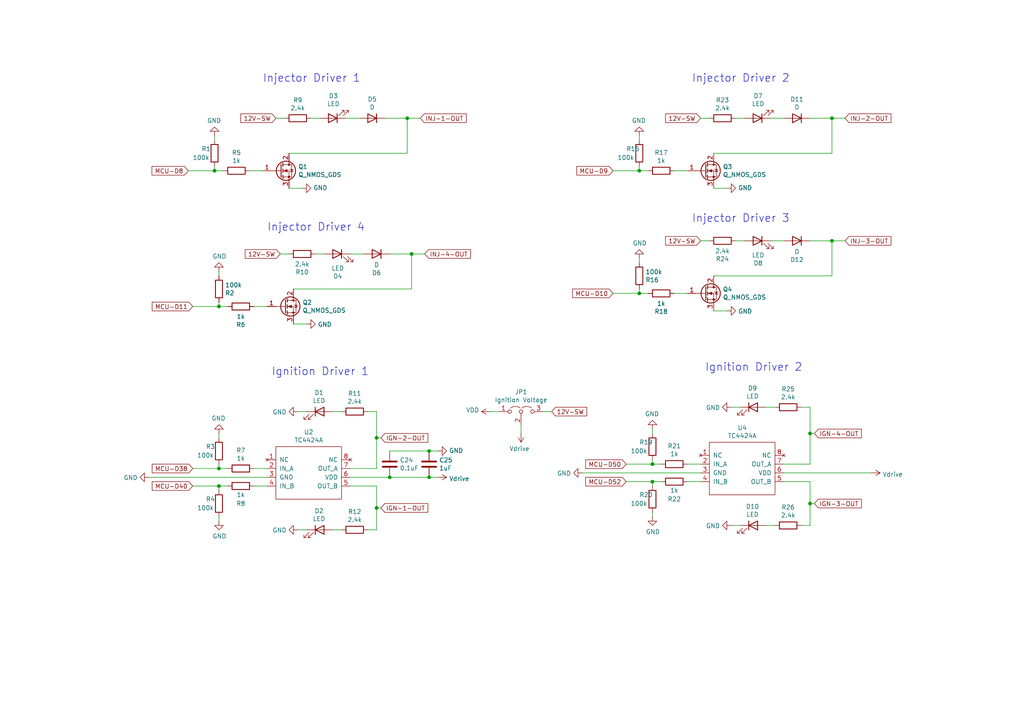
<source format=kicad_sch>
(kicad_sch (version 20231120) (generator "eeschema") (generator_version "8.0")
  (paper "A4")
  (title_block (title "0.4") (date "2021-03-27") (rev "4d") (company "Speeduino"))
  (lib_symbols
    (symbol "Device:C" (pin_numbers hide) (pin_names (offset 0.254))
      (property "Reference" "C" (at 0.635 2.54 0))
      (property "Value" "C" (at 0.635 -2.54 0))
      (symbol "C_0_1"
        (polyline (pts (xy -2.032 -0.762) (xy 2.032 -0.762)) (stroke (width 0.508)))
        (polyline (pts (xy -2.032 0.762) (xy 2.032 0.762)) (stroke (width 0.508)))
      )
      (symbol "C_1_1"
        (pin passive line (at 0 3.81 270) (length 2.794) (name "~") (number "1"))
        (pin passive line (at 0 -3.81 90) (length 2.794) (name "~") (number "2"))
      )
    )
    (symbol "Device:D" (pin_numbers hide) (pin_names (offset 1.016) hide)
      (property "Reference" "D" (at 0 2.54 0))
      (property "Value" "D" (at 0 -2.54 0))
      (symbol "D_0_1"
        (polyline (pts (xy -1.27 1.27) (xy -1.27 -1.27)) (stroke (width 0.254)))
        (polyline (pts (xy 1.27 0) (xy -1.27 0)))
        (polyline (pts (xy 1.27 1.27) (xy 1.27 -1.27) (xy -1.27 0) (xy 1.27 1.27)) (stroke (width 0.254)))
      )
      (symbol "D_1_1"
        (pin passive line (at -3.81 0 0) (length 2.54) (name "K") (number "1"))
        (pin passive line (at 3.81 0 180) (length 2.54) (name "A") (number "2"))
      )
    )
    (symbol "Device:LED" (pin_numbers hide) (pin_names (offset 1.016) hide)
      (property "Reference" "D" (at 0 2.54 0))
      (property "Value" "LED" (at 0 -2.54 0))
      (symbol "LED_0_1"
        (polyline (pts (xy -1.27 -1.27) (xy -1.27 1.27)) (stroke (width 0.254)))
        (polyline (pts (xy -1.27 0) (xy 1.27 0)))
        (polyline (pts (xy 1.27 -1.27) (xy 1.27 1.27) (xy -1.27 0) (xy 1.27 -1.27)) (stroke (width 0.254)))
        (polyline (pts (xy -3.048 -0.762) (xy -4.572 -2.286) (xy -3.81 -2.286) (xy -4.572 -2.286) (xy -4.572 -1.524)))
        (polyline (pts (xy -1.778 -0.762) (xy -3.302 -2.286) (xy -2.54 -2.286) (xy -3.302 -2.286) (xy -3.302 -1.524)))
      )
      (symbol "LED_1_1"
        (pin passive line (at -3.81 0 0) (length 2.54) (name "K") (number "1"))
        (pin passive line (at 3.81 0 180) (length 2.54) (name "A") (number "2"))
      )
    )
    (symbol "Device:Q_NMOS_GDS" (pin_names (offset 0) hide)
      (property "Reference" "Q" (at 5.08 1.27 0))
      (property "Value" "Q_NMOS_GDS" (at 5.08 -1.27 0))
      (symbol "Q_NMOS_GDS_0_1"
        (polyline (pts (xy 0.254 0) (xy -2.54 0)))
        (polyline (pts (xy 0.254 1.905) (xy 0.254 -1.905)) (stroke (width 0.254)))
        (polyline (pts (xy 0.762 -1.27) (xy 0.762 -2.286)) (stroke (width 0.254)))
        (polyline (pts (xy 0.762 0.508) (xy 0.762 -0.508)) (stroke (width 0.254)))
        (polyline (pts (xy 0.762 2.286) (xy 0.762 1.27)) (stroke (width 0.254)))
        (polyline (pts (xy 2.54 2.54) (xy 2.54 1.778)))
        (polyline (pts (xy 2.54 -2.54) (xy 2.54 0) (xy 0.762 0)))
        (polyline (pts (xy 0.762 -1.778) (xy 3.302 -1.778) (xy 3.302 1.778) (xy 0.762 1.778)))
        (polyline (pts (xy 1.016 0) (xy 2.032 0.381) (xy 2.032 -0.381) (xy 1.016 0)) (fill (type outline)))
        (polyline (pts (xy 2.794 0.508) (xy 2.921 0.381) (xy 3.683 0.381) (xy 3.81 0.254)))
        (polyline (pts (xy 3.302 0.381) (xy 2.921 -0.254) (xy 3.683 -0.254) (xy 3.302 0.381)))
        (circle (center 1.651 0) (radius 2.794) (stroke (width 0.254)))
        (circle (center 2.54 -1.778) (radius 0.254) (fill (type outline)))
        (circle (center 2.54 1.778) (radius 0.254) (fill (type outline)))
      )
      (symbol "Q_NMOS_GDS_1_1"
        (pin input line (at -5.08 0 0) (length 2.54) (name "G") (number "1"))
        (pin passive line (at 2.54 5.08 270) (length 2.54) (name "D") (number "2"))
        (pin passive line (at 2.54 -5.08 90) (length 2.54) (name "S") (number "3"))
      )
    )
    (symbol "Device:R" (pin_numbers hide) (pin_names (offset 0))
      (property "Reference" "R" (at 2.032 0 90))
      (property "Value" "R" (at 0 0 90))
      (symbol "R_0_1"
        (rectangle (start -1.016 -2.54) (end 1.016 2.54) (stroke (width 0.254)))
      )
      (symbol "R_1_1"
        (pin passive line (at 0 3.81 270) (length 1.27) (name "~") (number "1"))
        (pin passive line (at 0 -3.81 90) (length 1.27) (name "~") (number "2"))
      )
    )
    (symbol "v0.4.3d-rescue:GND-power" (power) (pin_names (offset 0))
      (property "Value" "power_GND" (at 0 -3.81 0))
      (symbol "GND-power_0_1"
        (polyline (pts (xy 0 0) (xy 0 -1.27) (xy 1.27 -1.27) (xy 0 -2.54) (xy -1.27 -1.27) (xy 0 -1.27)))
      )
      (symbol "GND-power_1_1"
        (pin power_in line (at 0 0 270) (length 0) hide (name "GND") (number "1"))
      )
    )
    (symbol "v0.4.3d-rescue:Jumper_3_Open-Jumper" (pin_names (offset 0) hide)
      (property "Reference" "JP" (at -2.54 -2.54 0))
      (property "Value" "Jumper_Jumper_3_Open" (at 0 2.794 0))
      (symbol "Jumper_3_Open-Jumper_0_0"
        (circle (center -3.302 0) (radius 0.508))
        (circle (center 0 0) (radius 0.508))
        (circle (center 3.302 0) (radius 0.508))
      )
      (symbol "Jumper_3_Open-Jumper_0_1"
        (arc (start -0.254 1.016) (mid -1.651 1.4992) (end -3.048 1.016))
        (polyline (pts (xy 0 -0.508) (xy 0 -1.27)))
        (arc (start 3.048 1.016) (mid 1.651 1.4992) (end 0.254 1.016))
      )
      (symbol "Jumper_3_Open-Jumper_1_1"
        (pin passive line (at -6.35 0 0) (length 2.54) (name "A") (number "1"))
        (pin input line (at 0 -3.81 90) (length 2.54) (name "C") (number "2"))
        (pin passive line (at 6.35 0 180) (length 2.54) (name "B") (number "3"))
      )
    )
    (symbol "v0.4.3d-rescue:TC4424A-IC_Automotive" (pin_names (offset 1.016))
      (property "Reference" "U" (at -7.62 38.1 0))
      (property "Value" "IC_Automotive_TC4424A" (at -15.24 38.1 0))
      (symbol "TC4424A-IC_Automotive_0_1"
        (rectangle (start -25.4 36.83) (end -6.35 21.59))
      )
      (symbol "TC4424A-IC_Automotive_1_1"
        (pin no_connect line (at -27.94 33.02 0) (length 2.54) (name "NC") (number "1"))
        (pin input line (at -27.94 30.48 0) (length 2.54) (name "IN_A") (number "2"))
        (pin power_in line (at -27.94 27.94 0) (length 2.54) (name "GND") (number "3"))
        (pin input line (at -27.94 25.4 0) (length 2.54) (name "IN_B") (number "4"))
        (pin input line (at -3.81 25.4 180) (length 2.54) (name "OUT_B") (number "5"))
        (pin power_in line (at -3.81 27.94 180) (length 2.54) (name "VDD") (number "6"))
        (pin output line (at -3.81 30.48 180) (length 2.54) (name "OUT_A") (number "7"))
        (pin no_connect line (at -3.81 33.02 180) (length 2.54) (name "NC") (number "8"))
      )
    )
    (symbol "v0.4.3d-rescue:VDD-power" (power) (pin_names (offset 0))
      (property "Value" "power_VDD" (at 0 3.81 0))
      (symbol "VDD-power_0_1"
        (polyline (pts (xy -0.762 1.27) (xy 0 2.54)))
        (polyline (pts (xy 0 0) (xy 0 2.54)))
        (polyline (pts (xy 0 2.54) (xy 0.762 1.27)))
      )
      (symbol "VDD-power_1_1"
        (pin power_in line (at 0 0 90) (length 0) hide (name "VDD") (number "1"))
      )
    )
    (symbol "v0.4.3d-rescue:Vdrive-power" (power) (pin_names (offset 0))
      (property "Value" "power_Vdrive" (at 0 3.81 0))
      (symbol "Vdrive-power_0_1"
        (polyline (pts (xy -0.762 1.27) (xy 0 2.54)))
        (polyline (pts (xy 0 0) (xy 0 2.54)))
        (polyline (pts (xy 0 2.54) (xy 0.762 1.27)))
      )
      (symbol "Vdrive-power_1_1"
        (pin power_in line (at 0 0 90) (length 0) hide (name "Vdrive") (number "1"))
      )
    )
  )
  (junction (at 241.3 34.29))
  (junction (at 189.23 139.7))
  (junction (at 63.5 135.89))
  (junction (at 119.38 73.66))
  (junction (at 63.5 88.9))
  (junction (at 113.03 138.43))
  (junction (at 189.23 134.62))
  (junction (at 124.46 138.43))
  (junction (at 118.11 34.29))
  (junction (at 109.22 147.32))
  (junction (at 109.22 127))
  (junction (at 62.23 49.53))
  (junction (at 185.42 49.53))
  (junction (at 124.46 130.81))
  (junction (at 234.95 146.05))
  (junction (at 234.95 125.73))
  (junction (at 63.5 140.97))
  (junction (at 241.3 69.85))
  (junction (at 185.42 85.09))
  (wire (pts (xy 185.42 74.93) (xy 185.42 76.2)))
  (wire (pts (xy 55.88 135.89) (xy 63.5 135.89)))
  (wire (pts (xy 223.52 69.85) (xy 227.33 69.85)))
  (wire (pts (xy 189.23 125.73) (xy 189.23 124.46)))
  (wire (pts (xy 88.9 93.98) (xy 85.09 93.98)))
  (wire (pts (xy 54.61 49.53) (xy 62.23 49.53)))
  (wire (pts (xy 207.01 54.61) (xy 210.82 54.61)))
  (wire (pts (xy 222.25 118.11) (xy 224.79 118.11)))
  (wire (pts (xy 185.42 40.64) (xy 185.42 39.37)))
  (wire (pts (xy 96.52 119.38) (xy 99.06 119.38)))
  (wire (pts (xy 110.49 127) (xy 109.22 127)))
  (wire (pts (xy 181.61 134.62) (xy 189.23 134.62)))
  (wire (pts (xy 101.6 73.66) (xy 105.41 73.66)))
  (wire (pts (xy 121.92 34.29) (xy 118.11 34.29)))
  (wire (pts (xy 62.23 48.26) (xy 62.23 49.53)))
  (wire (pts (xy 227.33 137.16) (xy 252.73 137.16)))
  (wire (pts (xy 189.23 134.62) (xy 191.77 134.62)))
  (wire (pts (xy 109.22 127) (xy 109.22 135.89)))
  (wire (pts (xy 66.04 88.9) (xy 63.5 88.9)))
  (wire (pts (xy 81.28 73.66) (xy 83.82 73.66)))
  (wire (pts (xy 77.47 138.43) (xy 43.18 138.43)))
  (wire (pts (xy 234.95 34.29) (xy 241.3 34.29)))
  (wire (pts (xy 62.23 49.53) (xy 64.77 49.53)))
  (wire (pts (xy 199.39 134.62) (xy 203.2 134.62)))
  (wire (pts (xy 232.41 118.11) (xy 234.95 118.11)))
  (wire (pts (xy 106.68 119.38) (xy 109.22 119.38)))
  (wire (pts (xy 207.01 44.45) (xy 241.3 44.45)))
  (wire (pts (xy 189.23 133.35) (xy 189.23 134.62)))
  (wire (pts (xy 234.95 69.85) (xy 241.3 69.85)))
  (wire (pts (xy 73.66 88.9) (xy 77.47 88.9)))
  (wire (pts (xy 124.46 138.43) (xy 113.03 138.43)))
  (wire (pts (xy 195.58 49.53) (xy 199.39 49.53)))
  (wire (pts (xy 109.22 135.89) (xy 101.6 135.89)))
  (wire (pts (xy 118.11 44.45) (xy 118.11 34.29)))
  (wire (pts (xy 232.41 152.4) (xy 234.95 152.4)))
  (wire (pts (xy 127 138.43) (xy 124.46 138.43)))
  (wire (pts (xy 144.78 119.38) (xy 142.24 119.38)))
  (wire (pts (xy 187.96 85.09) (xy 185.42 85.09)))
  (wire (pts (xy 245.11 34.29) (xy 241.3 34.29)))
  (wire (pts (xy 109.22 140.97) (xy 101.6 140.97)))
  (wire (pts (xy 63.5 134.62) (xy 63.5 135.89)))
  (wire (pts (xy 109.22 119.38) (xy 109.22 127)))
  (wire (pts (xy 109.22 147.32) (xy 109.22 140.97)))
  (wire (pts (xy 111.76 34.29) (xy 118.11 34.29)))
  (wire (pts (xy 185.42 49.53) (xy 187.96 49.53)))
  (wire (pts (xy 236.22 125.73) (xy 234.95 125.73)))
  (wire (pts (xy 86.36 153.67) (xy 88.9 153.67)))
  (wire (pts (xy 185.42 48.26) (xy 185.42 49.53)))
  (wire (pts (xy 63.5 151.13) (xy 63.5 149.86)))
  (wire (pts (xy 55.88 140.97) (xy 63.5 140.97)))
  (wire (pts (xy 234.95 139.7) (xy 227.33 139.7)))
  (wire (pts (xy 85.09 83.82) (xy 119.38 83.82)))
  (wire (pts (xy 207.01 80.01) (xy 241.3 80.01)))
  (wire (pts (xy 212.09 118.11) (xy 214.63 118.11)))
  (wire (pts (xy 234.95 125.73) (xy 234.95 134.62)))
  (wire (pts (xy 109.22 153.67) (xy 109.22 147.32)))
  (wire (pts (xy 241.3 80.01) (xy 241.3 69.85)))
  (wire (pts (xy 113.03 138.43) (xy 101.6 138.43)))
  (wire (pts (xy 213.36 69.85) (xy 215.9 69.85)))
  (wire (pts (xy 96.52 153.67) (xy 99.06 153.67)))
  (wire (pts (xy 189.23 149.86) (xy 189.23 148.59)))
  (wire (pts (xy 213.36 34.29) (xy 215.9 34.29)))
  (wire (pts (xy 199.39 139.7) (xy 203.2 139.7)))
  (wire (pts (xy 100.33 34.29) (xy 104.14 34.29)))
  (wire (pts (xy 203.2 34.29) (xy 205.74 34.29)))
  (wire (pts (xy 212.09 152.4) (xy 214.63 152.4)))
  (wire (pts (xy 195.58 85.09) (xy 199.39 85.09)))
  (wire (pts (xy 189.23 139.7) (xy 189.23 140.97)))
  (wire (pts (xy 90.17 34.29) (xy 92.71 34.29)))
  (wire (pts (xy 234.95 134.62) (xy 227.33 134.62)))
  (wire (pts (xy 234.95 146.05) (xy 234.95 139.7)))
  (wire (pts (xy 86.36 119.38) (xy 88.9 119.38)))
  (wire (pts (xy 181.61 139.7) (xy 189.23 139.7)))
  (wire (pts (xy 234.95 152.4) (xy 234.95 146.05)))
  (wire (pts (xy 63.5 127) (xy 63.5 125.73)))
  (wire (pts (xy 83.82 44.45) (xy 118.11 44.45)))
  (wire (pts (xy 124.46 130.81) (xy 113.03 130.81)))
  (wire (pts (xy 210.82 90.17) (xy 207.01 90.17)))
  (wire (pts (xy 55.88 88.9) (xy 63.5 88.9)))
  (wire (pts (xy 151.13 125.73) (xy 151.13 123.19)))
  (wire (pts (xy 236.22 146.05) (xy 234.95 146.05)))
  (wire (pts (xy 127 130.81) (xy 124.46 130.81)))
  (wire (pts (xy 62.23 40.64) (xy 62.23 39.37)))
  (wire (pts (xy 83.82 54.61) (xy 87.63 54.61)))
  (wire (pts (xy 234.95 118.11) (xy 234.95 125.73)))
  (wire (pts (xy 157.48 119.38) (xy 160.02 119.38)))
  (wire (pts (xy 63.5 140.97) (xy 63.5 142.24)))
  (wire (pts (xy 106.68 153.67) (xy 109.22 153.67)))
  (wire (pts (xy 63.5 88.9) (xy 63.5 87.63)))
  (wire (pts (xy 123.19 73.66) (xy 119.38 73.66)))
  (wire (pts (xy 91.44 73.66) (xy 93.98 73.66)))
  (wire (pts (xy 177.8 85.09) (xy 185.42 85.09)))
  (wire (pts (xy 73.66 135.89) (xy 77.47 135.89)))
  (wire (pts (xy 203.2 137.16) (xy 168.91 137.16)))
  (wire (pts (xy 203.2 69.85) (xy 205.74 69.85)))
  (wire (pts (xy 191.77 139.7) (xy 189.23 139.7)))
  (wire (pts (xy 177.8 49.53) (xy 185.42 49.53)))
  (wire (pts (xy 80.01 34.29) (xy 82.55 34.29)))
  (wire (pts (xy 113.03 73.66) (xy 119.38 73.66)))
  (wire (pts (xy 110.49 147.32) (xy 109.22 147.32)))
  (wire (pts (xy 63.5 78.74) (xy 63.5 80.01)))
  (wire (pts (xy 222.25 152.4) (xy 224.79 152.4)))
  (wire (pts (xy 245.11 69.85) (xy 241.3 69.85)))
  (wire (pts (xy 73.66 140.97) (xy 77.47 140.97)))
  (wire (pts (xy 66.04 140.97) (xy 63.5 140.97)))
  (wire (pts (xy 241.3 44.45) (xy 241.3 34.29)))
  (wire (pts (xy 223.52 34.29) (xy 227.33 34.29)))
  (wire (pts (xy 119.38 83.82) (xy 119.38 73.66)))
  (wire (pts (xy 72.39 49.53) (xy 76.2 49.53)))
  (wire (pts (xy 63.5 135.89) (xy 66.04 135.89)))
  (wire (pts (xy 185.42 85.09) (xy 185.42 83.82)))
  (text "Ignition Driver 1" (at 78.74 109.22 0) (effects (font (size 2.2606 2.2606)) (justify left bottom)))
  (text "Injector Driver 2" (at 200.66 24.13 0) (effects (font (size 2.2606 2.2606)) (justify left bottom)))
  (text "Ignition Driver 2" (at 204.47 107.95 0) (effects (font (size 2.2606 2.2606)) (justify left bottom)))
  (text "Injector Driver 4" (at 77.47 67.31 0) (effects (font (size 2.2606 2.2606)) (justify left bottom)))
  (text "Injector Driver 3" (at 200.66 64.77 0) (effects (font (size 2.2606 2.2606)) (justify left bottom)))
  (text "Injector Driver 1" (at 76.2 24.13 0) (effects (font (size 2.2606 2.2606)) (justify left bottom)))
  (global_label "MCU-D10" (shape input) (at 177.8 85.09 180) (property "Intersheetrefs" "${INTERSHEET_REFS}" (effects (hide yes))))
  (global_label "12V-SW" (shape input) (at 203.2 34.29 180) (property "Intersheetrefs" "${INTERSHEET_REFS}" (effects (hide yes))))
  (global_label "INJ-2-OUT" (shape input) (at 245.11 34.29 0) (property "Intersheetrefs" "${INTERSHEET_REFS}" (effects (hide yes))))
  (global_label "IGN-1-OUT" (shape input) (at 110.49 147.32 0) (property "Intersheetrefs" "${INTERSHEET_REFS}" (effects (hide yes))))
  (global_label "IGN-2-OUT" (shape input) (at 110.49 127 0) (property "Intersheetrefs" "${INTERSHEET_REFS}" (effects (hide yes))))
  (global_label "12V-SW" (shape input) (at 80.01 34.29 180) (property "Intersheetrefs" "${INTERSHEET_REFS}" (effects (hide yes))))
  (global_label "MCU-D40" (shape input) (at 55.88 140.97 180) (property "Intersheetrefs" "${INTERSHEET_REFS}" (effects (hide yes))))
  (global_label "MCU-D38" (shape input) (at 55.88 135.89 180) (property "Intersheetrefs" "${INTERSHEET_REFS}" (effects (hide yes))))
  (global_label "12V-SW" (shape input) (at 203.2 69.85 180) (property "Intersheetrefs" "${INTERSHEET_REFS}" (effects (hide yes))))
  (global_label "IGN-4-OUT" (shape input) (at 236.22 125.73 0) (property "Intersheetrefs" "${INTERSHEET_REFS}" (effects (hide yes))))
  (global_label "INJ-4-OUT" (shape input) (at 123.19 73.66 0) (property "Intersheetrefs" "${INTERSHEET_REFS}" (effects (hide yes))))
  (global_label "12V-SW" (shape input) (at 160.02 119.38 0) (property "Intersheetrefs" "${INTERSHEET_REFS}" (effects (hide yes))))
  (global_label "12V-SW" (shape input) (at 81.28 73.66 180) (property "Intersheetrefs" "${INTERSHEET_REFS}" (effects (hide yes))))
  (global_label "INJ-1-OUT" (shape input) (at 121.92 34.29 0) (property "Intersheetrefs" "${INTERSHEET_REFS}" (effects (hide yes))))
  (global_label "MCU-D9" (shape input) (at 177.8 49.53 180) (property "Intersheetrefs" "${INTERSHEET_REFS}" (effects (hide yes))))
  (global_label "INJ-3-OUT" (shape input) (at 245.11 69.85 0) (property "Intersheetrefs" "${INTERSHEET_REFS}" (effects (hide yes))))
  (global_label "MCU-D52" (shape input) (at 181.61 139.7 180) (property "Intersheetrefs" "${INTERSHEET_REFS}" (effects (hide yes))))
  (global_label "MCU-D11" (shape input) (at 55.88 88.9 180) (property "Intersheetrefs" "${INTERSHEET_REFS}" (effects (hide yes))))
  (global_label "MCU-D8" (shape input) (at 54.61 49.53 180) (property "Intersheetrefs" "${INTERSHEET_REFS}" (effects (hide yes))))
  (global_label "MCU-D50" (shape input) (at 181.61 134.62 180) (property "Intersheetrefs" "${INTERSHEET_REFS}" (effects (hide yes))))
  (global_label "IGN-3-OUT" (shape input) (at 236.22 146.05 0) (property "Intersheetrefs" "${INTERSHEET_REFS}" (effects (hide yes))))
  (symbol (lib_id "v0.4.3d-rescue:GND-power") (at 87.63 54.61 90) (unit 1)
    (property "Reference" "#PWR010" (effects (hide yes)))
    (property "Value" "GND" (at 90.8812 54.483 90) (effects (justify right)))
  )
  (symbol (lib_id "v0.4.3d-rescue:GND-power") (at 88.9 93.98 90) (mirror x) (unit 1)
    (property "Reference" "#PWR011" (effects (hide yes)))
    (property "Value" "GND" (at 92.1512 94.107 90) (effects (justify right)))
  )
  (symbol (lib_id "Device:R") (at 68.58 49.53 270) (unit 1)
    (property "Reference" "R5" (at 68.58 44.2722 90))
    (property "Value" "1k" (at 68.58 46.5836 90))
    (property "Footprint" "Resistor_THT:R_Axial_DIN0204_L3.6mm_D1.6mm_P5.08mm_Horizontal" (effects (hide yes)))
    (property "Digikey Part Number" "BC1.00KXCT-ND" (effects (hide yes)))
    (property "Manufacturer_Name" "Vishay" (effects (hide yes)))
    (property "Manufacturer_Part_Number" "MBA02040C1001FRP00" (effects (hide yes)))
  )
  (symbol (lib_id "Device:R") (at 69.85 88.9 270) (mirror x) (unit 1)
    (property "Reference" "R6" (at 69.85 94.1578 90))
    (property "Value" "1k" (at 69.85 91.8464 90))
    (property "Footprint" "Resistor_THT:R_Axial_DIN0204_L3.6mm_D1.6mm_P5.08mm_Horizontal" (effects (hide yes)))
    (property "Digikey Part Number" "BC1.00KXCT-ND" (effects (hide yes)))
    (property "Manufacturer_Name" "Vishay" (effects (hide yes)))
    (property "Manufacturer_Part_Number" "MBA02040C1001FRP00" (effects (hide yes)))
  )
  (symbol (lib_id "Device:R") (at 62.23 44.45 180) (unit 1)
    (property "Reference" "R1" (at 58.42 43.18 0) (effects (justify right)))
    (property "Value" "100k" (at 55.88 45.72 0) (effects (justify right)))
    (property "Footprint" "Resistor_THT:R_Axial_DIN0204_L3.6mm_D1.6mm_P5.08mm_Horizontal" (effects (hide yes)))
    (property "Digikey Part Number" "BC3240CT-ND" (effects (hide yes)))
    (property "Manufacturer_Name" "Vishay" (effects (hide yes)))
    (property "Manufacturer_Part_Number" "MBA02040C1003FCT00" (effects (hide yes)))
    (property "URL" "https://www.digikey.com.au/product-detail/en/vishay-beyschlag-draloric-bc-components/MBA02040C1003FCT00/BC3240CT-ND/6138743" (effects (hide yes)))
  )
  (symbol (lib_id "Device:R") (at 63.5 83.82 0) (mirror y) (unit 1)
    (property "Reference" "R2" (at 65.278 84.9884 0) (effects (justify right)))
    (property "Value" "100k" (at 65.278 82.677 0) (effects (justify right)))
    (property "Footprint" "Resistor_THT:R_Axial_DIN0204_L3.6mm_D1.6mm_P5.08mm_Horizontal" (effects (hide yes)))
    (property "Digikey Part Number" "BC3240CT-ND" (effects (hide yes)))
    (property "Manufacturer_Name" "Vishay" (effects (hide yes)))
    (property "Manufacturer_Part_Number" "MBA02040C1003FCT00" (effects (hide yes)))
    (property "URL" "https://www.digikey.com.au/product-detail/en/vishay-beyschlag-draloric-bc-components/MBA02040C1003FCT00/BC3240CT-ND/6138743" (effects (hide yes)))
  )
  (symbol (lib_id "v0.4.3d-rescue:GND-power") (at 62.23 39.37 180) (unit 1)
    (property "Reference" "#PWR04" (effects (hide yes)))
    (property "Value" "GND" (at 62.103 34.9758 0))
  )
  (symbol (lib_id "v0.4.3d-rescue:GND-power") (at 63.5 78.74 0) (mirror x) (unit 1)
    (property "Reference" "#PWR05" (effects (hide yes)))
    (property "Value" "GND" (at 63.627 74.3458 0))
  )
  (symbol (lib_id "Device:R") (at 87.63 73.66 270) (mirror x) (unit 1)
    (property "Reference" "R10" (at 87.63 78.9178 90))
    (property "Value" "2.4k" (at 87.63 76.6064 90))
    (property "Footprint" "Resistor_THT:R_Axial_DIN0204_L3.6mm_D1.6mm_P5.08mm_Horizontal" (effects (hide yes)))
    (property "Digikey Part Number" "BC3483CT-ND" (effects (hide yes)))
    (property "Manufacturer_Name" "Vishay" (effects (hide yes)))
    (property "Manufacturer_Part_Number" "MBA02040C2401FC100" (effects (hide yes)))
    (property "URL" "https://www.digikey.com.au/product-detail/en/vishay-beyschlag-draloric-bc-components/MBA02040C2401FC100/BC3483CT-ND/7350913" (effects (hide yes)))
  )
  (symbol (lib_id "Device:LED") (at 97.79 73.66 0) (mirror y) (unit 1)
    (property "Reference" "D4" (at 97.9678 80.137 0))
    (property "Value" "LED" (at 97.9678 77.8256 0))
    (property "Footprint" "LED_THT:LED_D3.0mm" (effects (hide yes)))
    (property "Digikey Part Number" "732-5005-ND" (effects (hide yes)))
    (property "Manufacturer_Name" "Wurth" (effects (hide yes)))
    (property "Manufacturer_Part_Number" "151031SS04000" (effects (hide yes)))
    (property "URL" "https://www.digikey.com.au/product-detail/en/w%C3%BCrth-elektronik/151031SS04000/732-5005-ND/4489979" (effects (hide yes)))
  )
  (symbol (lib_id "Device:R") (at 86.36 34.29 270) (unit 1)
    (property "Reference" "R9" (at 86.36 29.0322 90))
    (property "Value" "2.4k" (at 86.36 31.3436 90))
    (property "Footprint" "Resistor_THT:R_Axial_DIN0204_L3.6mm_D1.6mm_P5.08mm_Horizontal" (effects (hide yes)))
    (property "Digikey Part Number" "BC3483CT-ND" (effects (hide yes)))
    (property "Manufacturer_Name" "Vishay" (effects (hide yes)))
    (property "Manufacturer_Part_Number" "MBA02040C2401FC100" (effects (hide yes)))
    (property "URL" "https://www.digikey.com.au/product-detail/en/vishay-beyschlag-draloric-bc-components/MBA02040C2401FC100/BC3483CT-ND/7350913" (effects (hide yes)))
  )
  (symbol (lib_id "Device:LED") (at 96.52 34.29 180) (unit 1)
    (property "Reference" "D3" (at 96.6978 27.813 0))
    (property "Value" "LED" (at 96.6978 30.1244 0))
    (property "Footprint" "LED_THT:LED_D3.0mm" (effects (hide yes)))
    (property "Digikey Part Number" "732-5005-ND" (effects (hide yes)))
    (property "Manufacturer_Name" "Wurth" (effects (hide yes)))
    (property "Manufacturer_Part_Number" "151031SS04000" (effects (hide yes)))
    (property "URL" "https://www.digikey.com.au/product-detail/en/w%C3%BCrth-elektronik/151031SS04000/732-5005-ND/4489979" (effects (hide yes)))
  )
  (symbol (lib_id "v0.4.3d-rescue:GND-power") (at 210.82 54.61 90) (unit 1)
    (property "Reference" "#PWR020" (effects (hide yes)))
    (property "Value" "GND" (at 214.0712 54.483 90) (effects (justify right)))
  )
  (symbol (lib_id "v0.4.3d-rescue:GND-power") (at 210.82 90.17 90) (mirror x) (unit 1)
    (property "Reference" "#PWR021" (effects (hide yes)))
    (property "Value" "GND" (at 214.0712 90.297 90) (effects (justify right)))
  )
  (symbol (lib_id "Device:R") (at 191.77 49.53 270) (unit 1)
    (property "Reference" "R17" (at 191.77 44.2722 90))
    (property "Value" "1k" (at 191.77 46.5836 90))
    (property "Footprint" "Resistor_THT:R_Axial_DIN0204_L3.6mm_D1.6mm_P5.08mm_Horizontal" (effects (hide yes)))
    (property "Digikey Part Number" "BC1.00KXCT-ND" (effects (hide yes)))
    (property "Manufacturer_Name" "Vishay" (effects (hide yes)))
    (property "Manufacturer_Part_Number" "MBA02040C1001FRP00" (effects (hide yes)))
  )
  (symbol (lib_id "Device:R") (at 191.77 85.09 270) (mirror x) (unit 1)
    (property "Reference" "R18" (at 191.77 90.3478 90))
    (property "Value" "1k" (at 191.77 88.0364 90))
    (property "Footprint" "Resistor_THT:R_Axial_DIN0204_L3.6mm_D1.6mm_P5.08mm_Horizontal" (effects (hide yes)))
    (property "Digikey Part Number" "BC1.00KXCT-ND" (effects (hide yes)))
    (property "Manufacturer_Name" "Vishay" (effects (hide yes)))
    (property "Manufacturer_Part_Number" "MBA02040C1001FRP00" (effects (hide yes)))
  )
  (symbol (lib_id "Device:R") (at 185.42 44.45 180) (unit 1)
    (property "Reference" "R15" (at 181.61 43.18 0) (effects (justify right)))
    (property "Value" "100k" (at 179.07 45.72 0) (effects (justify right)))
    (property "Footprint" "Resistor_THT:R_Axial_DIN0204_L3.6mm_D1.6mm_P5.08mm_Horizontal" (effects (hide yes)))
    (property "Digikey Part Number" "BC3240CT-ND" (effects (hide yes)))
    (property "Manufacturer_Name" "Vishay" (effects (hide yes)))
    (property "Manufacturer_Part_Number" "MBA02040C1003FCT00" (effects (hide yes)))
    (property "URL" "https://www.digikey.com.au/product-detail/en/vishay-beyschlag-draloric-bc-components/MBA02040C1003FCT00/BC3240CT-ND/6138743" (effects (hide yes)))
  )
  (symbol (lib_id "Device:R") (at 185.42 80.01 0) (mirror y) (unit 1)
    (property "Reference" "R16" (at 187.198 81.1784 0) (effects (justify right)))
    (property "Value" "100k" (at 187.198 78.867 0) (effects (justify right)))
    (property "Footprint" "Resistor_THT:R_Axial_DIN0204_L3.6mm_D1.6mm_P5.08mm_Horizontal" (effects (hide yes)))
    (property "Digikey Part Number" "BC3240CT-ND" (effects (hide yes)))
    (property "Manufacturer_Name" "Vishay" (effects (hide yes)))
    (property "Manufacturer_Part_Number" "MBA02040C1003FCT00" (effects (hide yes)))
    (property "URL" "https://www.digikey.com.au/product-detail/en/vishay-beyschlag-draloric-bc-components/MBA02040C1003FCT00/BC3240CT-ND/6138743" (effects (hide yes)))
  )
  (symbol (lib_id "v0.4.3d-rescue:GND-power") (at 185.42 39.37 180) (unit 1)
    (property "Reference" "#PWR014" (effects (hide yes)))
    (property "Value" "GND" (at 185.293 34.9758 0))
  )
  (symbol (lib_id "v0.4.3d-rescue:GND-power") (at 185.42 74.93 0) (mirror x) (unit 1)
    (property "Reference" "#PWR015" (effects (hide yes)))
    (property "Value" "GND" (at 185.547 70.5358 0))
  )
  (symbol (lib_id "Device:R") (at 209.55 69.85 270) (mirror x) (unit 1)
    (property "Reference" "R24" (at 209.55 75.1078 90))
    (property "Value" "2.4k" (at 209.55 72.7964 90))
    (property "Footprint" "Resistor_THT:R_Axial_DIN0204_L3.6mm_D1.6mm_P5.08mm_Horizontal" (effects (hide yes)))
    (property "Digikey Part Number" "BC3483CT-ND" (effects (hide yes)))
    (property "Manufacturer_Name" "Vishay" (effects (hide yes)))
    (property "Manufacturer_Part_Number" "MBA02040C2401FC100" (effects (hide yes)))
    (property "URL" "https://www.digikey.com.au/product-detail/en/vishay-beyschlag-draloric-bc-components/MBA02040C2401FC100/BC3483CT-ND/7350913" (effects (hide yes)))
  )
  (symbol (lib_id "Device:LED") (at 219.71 69.85 0) (mirror y) (unit 1)
    (property "Reference" "D8" (at 219.8878 76.327 0))
    (property "Value" "LED" (at 219.8878 74.0156 0))
    (property "Footprint" "LED_THT:LED_D3.0mm" (effects (hide yes)))
    (property "Digikey Part Number" "732-5005-ND" (effects (hide yes)))
    (property "Manufacturer_Name" "Wurth" (effects (hide yes)))
    (property "Manufacturer_Part_Number" "151031SS04000" (effects (hide yes)))
    (property "URL" "https://www.digikey.com.au/product-detail/en/w%C3%BCrth-elektronik/151031SS04000/732-5005-ND/4489979" (effects (hide yes)))
  )
  (symbol (lib_id "Device:R") (at 209.55 34.29 270) (unit 1)
    (property "Reference" "R23" (at 209.55 29.0322 90))
    (property "Value" "2.4k" (at 209.55 31.3436 90))
    (property "Footprint" "Resistor_THT:R_Axial_DIN0204_L3.6mm_D1.6mm_P5.08mm_Horizontal" (effects (hide yes)))
    (property "Digikey Part Number" "BC3483CT-ND" (effects (hide yes)))
    (property "Manufacturer_Name" "Vishay" (effects (hide yes)))
    (property "Manufacturer_Part_Number" "MBA02040C2401FC100" (effects (hide yes)))
    (property "URL" "https://www.digikey.com.au/product-detail/en/vishay-beyschlag-draloric-bc-components/MBA02040C2401FC100/BC3483CT-ND/7350913" (effects (hide yes)))
  )
  (symbol (lib_id "Device:LED") (at 219.71 34.29 180) (unit 1)
    (property "Reference" "D7" (at 219.8878 27.813 0))
    (property "Value" "LED" (at 219.8878 30.1244 0))
    (property "Footprint" "LED_THT:LED_D3.0mm" (effects (hide yes)))
    (property "Digikey Part Number" "732-5005-ND" (effects (hide yes)))
    (property "Manufacturer_Name" "Wurth" (effects (hide yes)))
    (property "Manufacturer_Part_Number" "151031SS04000" (effects (hide yes)))
    (property "URL" "https://www.digikey.com.au/product-detail/en/w%C3%BCrth-elektronik/151031SS04000/732-5005-ND/4489979" (effects (hide yes)))
  )
  (symbol (lib_id "Device:R") (at 69.85 135.89 270) (unit 1)
    (property "Reference" "R7" (at 69.85 130.6322 90))
    (property "Value" "1k" (at 69.85 132.9436 90))
    (property "Footprint" "Resistor_THT:R_Axial_DIN0204_L3.6mm_D1.6mm_P5.08mm_Horizontal" (effects (hide yes)))
    (property "Digikey Part Number" "BC1.00KXCT-ND" (effects (hide yes)))
    (property "Manufacturer_Name" "Vishay" (effects (hide yes)))
    (property "Manufacturer_Part_Number" "MBA02040C1001FRP00" (effects (hide yes)))
  )
  (symbol (lib_id "Device:R") (at 69.85 140.97 270) (unit 1)
    (property "Reference" "R8" (at 69.85 146.05 90))
    (property "Value" "1k" (at 69.85 143.51 90))
    (property "Footprint" "Resistor_THT:R_Axial_DIN0204_L3.6mm_D1.6mm_P5.08mm_Horizontal" (effects (hide yes)))
    (property "Digikey Part Number" "BC1.00KXCT-ND" (effects (hide yes)))
    (property "Manufacturer_Name" "Vishay" (effects (hide yes)))
    (property "Manufacturer_Part_Number" "MBA02040C1001FRP00" (effects (hide yes)))
  )
  (symbol (lib_id "Device:R") (at 63.5 130.81 180) (unit 1)
    (property "Reference" "R3" (at 59.69 129.54 0) (effects (justify right)))
    (property "Value" "100k" (at 57.15 132.08 0) (effects (justify right)))
    (property "Footprint" "Resistor_THT:R_Axial_DIN0204_L3.6mm_D1.6mm_P5.08mm_Horizontal" (effects (hide yes)))
    (property "Digikey Part Number" "BC3240CT-ND" (effects (hide yes)))
    (property "Manufacturer_Name" "Vishay" (effects (hide yes)))
    (property "Manufacturer_Part_Number" "MBA02040C1003FCT00" (effects (hide yes)))
    (property "URL" "https://www.digikey.com.au/product-detail/en/vishay-beyschlag-draloric-bc-components/MBA02040C1003FCT00/BC3240CT-ND/6138743" (effects (hide yes)))
  )
  (symbol (lib_id "Device:R") (at 63.5 146.05 180) (unit 1)
    (property "Reference" "R4" (at 59.69 144.78 0) (effects (justify right)))
    (property "Value" "100k" (at 57.15 147.32 0) (effects (justify right)))
    (property "Footprint" "Resistor_THT:R_Axial_DIN0204_L3.6mm_D1.6mm_P5.08mm_Horizontal" (effects (hide yes)))
    (property "Digikey Part Number" "BC3240CT-ND" (effects (hide yes)))
    (property "Manufacturer_Name" "Vishay" (effects (hide yes)))
    (property "Manufacturer_Part_Number" "MBA02040C1003FCT00" (effects (hide yes)))
    (property "URL" "https://www.digikey.com.au/product-detail/en/vishay-beyschlag-draloric-bc-components/MBA02040C1003FCT00/BC3240CT-ND/6138743" (effects (hide yes)))
  )
  (symbol (lib_id "v0.4.3d-rescue:GND-power") (at 63.5 125.73 180) (unit 1)
    (property "Reference" "#PWR06" (effects (hide yes)))
    (property "Value" "GND" (at 63.373 121.3358 0))
  )
  (symbol (lib_id "v0.4.3d-rescue:GND-power") (at 63.5 151.13 0) (unit 1)
    (property "Reference" "#PWR07" (effects (hide yes)))
    (property "Value" "GND" (at 63.627 155.5242 0))
  )
  (symbol (lib_id "v0.4.3d-rescue:GND-power") (at 43.18 138.43 270) (unit 1)
    (property "Reference" "#PWR03" (effects (hide yes)))
    (property "Value" "GND" (at 39.9288 138.557 90) (effects (justify right)))
  )
  (symbol (lib_id "Device:LED") (at 92.71 119.38 0) (unit 1)
    (property "Reference" "D1" (at 92.5322 113.8936 0))
    (property "Value" "LED" (at 92.5322 116.205 0))
    (property "Footprint" "LED_THT:LED_D3.0mm" (effects (hide yes)))
    (property "Digikey Part Number" "732-5005-ND" (effects (hide yes)))
    (property "Manufacturer_Name" "Wurth" (effects (hide yes)))
    (property "Manufacturer_Part_Number" "151031SS04000" (effects (hide yes)))
    (property "URL" "https://www.digikey.com.au/product-detail/en/w%C3%BCrth-elektronik/151031SS04000/732-5005-ND/4489979" (effects (hide yes)))
  )
  (symbol (lib_id "v0.4.3d-rescue:GND-power") (at 86.36 119.38 270) (unit 1)
    (property "Reference" "#PWR08" (effects (hide yes)))
    (property "Value" "GND" (at 83.1088 119.507 90) (effects (justify right)))
  )
  (symbol (lib_id "Device:R") (at 102.87 119.38 270) (unit 1)
    (property "Reference" "R11" (at 102.87 114.1222 90))
    (property "Value" "2.4k" (at 102.87 116.4336 90))
    (property "Footprint" "Resistor_THT:R_Axial_DIN0204_L3.6mm_D1.6mm_P5.08mm_Horizontal" (effects (hide yes)))
    (property "Digikey Part Number" "BC3483CT-ND" (effects (hide yes)))
    (property "Manufacturer_Name" "Vishay" (effects (hide yes)))
    (property "Manufacturer_Part_Number" "MBA02040C2401FC100" (effects (hide yes)))
    (property "URL" "https://www.digikey.com.au/product-detail/en/vishay-beyschlag-draloric-bc-components/MBA02040C2401FC100/BC3483CT-ND/7350913" (effects (hide yes)))
  )
  (symbol (lib_id "v0.4.3d-rescue:VDD-power") (at 142.24 119.38 90) (unit 1)
    (property "Reference" "#PWR012" (effects (hide yes)))
    (property "Value" "VDD" (at 138.9888 118.9482 90) (effects (justify left)))
  )
  (symbol (lib_id "Device:LED") (at 92.71 153.67 0) (unit 1)
    (property "Reference" "D2" (at 92.5322 148.1836 0))
    (property "Value" "LED" (at 92.5322 150.495 0))
    (property "Footprint" "LED_THT:LED_D3.0mm" (effects (hide yes)))
    (property "Digikey Part Number" "732-5005-ND" (effects (hide yes)))
    (property "Manufacturer_Name" "Wurth" (effects (hide yes)))
    (property "Manufacturer_Part_Number" "151031SS04000" (effects (hide yes)))
    (property "URL" "https://www.digikey.com.au/product-detail/en/w%C3%BCrth-elektronik/151031SS04000/732-5005-ND/4489979" (effects (hide yes)))
  )
  (symbol (lib_id "v0.4.3d-rescue:GND-power") (at 86.36 153.67 270) (unit 1)
    (property "Reference" "#PWR09" (effects (hide yes)))
    (property "Value" "GND" (at 83.1088 153.797 90) (effects (justify right)))
  )
  (symbol (lib_id "Device:R") (at 102.87 153.67 270) (unit 1)
    (property "Reference" "R12" (at 102.87 148.4122 90))
    (property "Value" "2.4k" (at 102.87 150.7236 90))
    (property "Footprint" "Resistor_THT:R_Axial_DIN0204_L3.6mm_D1.6mm_P5.08mm_Horizontal" (effects (hide yes)))
    (property "Digikey Part Number" "BC3483CT-ND" (effects (hide yes)))
    (property "Manufacturer_Name" "Vishay" (effects (hide yes)))
    (property "Manufacturer_Part_Number" "MBA02040C2401FC100" (effects (hide yes)))
    (property "URL" "https://www.digikey.com.au/product-detail/en/vishay-beyschlag-draloric-bc-components/MBA02040C2401FC100/BC3483CT-ND/7350913" (effects (hide yes)))
  )
  (symbol (lib_id "Device:R") (at 195.58 134.62 270) (unit 1)
    (property "Reference" "R21" (at 195.58 129.3622 90))
    (property "Value" "1k" (at 195.58 131.6736 90))
    (property "Footprint" "Resistor_THT:R_Axial_DIN0204_L3.6mm_D1.6mm_P5.08mm_Horizontal" (effects (hide yes)))
    (property "Digikey Part Number" "BC1.00KXCT-ND" (effects (hide yes)))
    (property "Manufacturer_Name" "Vishay" (effects (hide yes)))
    (property "Manufacturer_Part_Number" "MBA02040C1001FRP00" (effects (hide yes)))
  )
  (symbol (lib_id "Device:R") (at 195.58 139.7 270) (unit 1)
    (property "Reference" "R22" (at 195.58 144.78 90))
    (property "Value" "1k" (at 195.58 142.24 90))
    (property "Footprint" "Resistor_THT:R_Axial_DIN0204_L3.6mm_D1.6mm_P5.08mm_Horizontal" (effects (hide yes)))
    (property "Digikey Part Number" "BC1.00KXCT-ND" (effects (hide yes)))
    (property "Manufacturer_Name" "Vishay" (effects (hide yes)))
    (property "Manufacturer_Part_Number" "MBA02040C1001FRP00" (effects (hide yes)))
  )
  (symbol (lib_id "Device:R") (at 189.23 129.54 180) (unit 1)
    (property "Reference" "R19" (at 185.42 128.27 0) (effects (justify right)))
    (property "Value" "100k" (at 182.88 130.81 0) (effects (justify right)))
    (property "Footprint" "Resistor_THT:R_Axial_DIN0204_L3.6mm_D1.6mm_P5.08mm_Horizontal" (effects (hide yes)))
    (property "Digikey Part Number" "BC3240CT-ND" (effects (hide yes)))
    (property "Manufacturer_Name" "Vishay" (effects (hide yes)))
    (property "Manufacturer_Part_Number" "MBA02040C1003FCT00" (effects (hide yes)))
    (property "URL" "https://www.digikey.com.au/product-detail/en/vishay-beyschlag-draloric-bc-components/MBA02040C1003FCT00/BC3240CT-ND/6138743" (effects (hide yes)))
  )
  (symbol (lib_id "Device:R") (at 189.23 144.78 180) (unit 1)
    (property "Reference" "R20" (at 185.42 143.51 0) (effects (justify right)))
    (property "Value" "100k" (at 182.88 146.05 0) (effects (justify right)))
    (property "Footprint" "Resistor_THT:R_Axial_DIN0204_L3.6mm_D1.6mm_P5.08mm_Horizontal" (effects (hide yes)))
    (property "Digikey Part Number" "BC3240CT-ND" (effects (hide yes)))
    (property "Manufacturer_Name" "Vishay" (effects (hide yes)))
    (property "Manufacturer_Part_Number" "MBA02040C1003FCT00" (effects (hide yes)))
    (property "URL" "https://www.digikey.com.au/product-detail/en/vishay-beyschlag-draloric-bc-components/MBA02040C1003FCT00/BC3240CT-ND/6138743" (effects (hide yes)))
  )
  (symbol (lib_id "v0.4.3d-rescue:GND-power") (at 189.23 124.46 180) (unit 1)
    (property "Reference" "#PWR016" (effects (hide yes)))
    (property "Value" "GND" (at 189.103 120.0658 0))
  )
  (symbol (lib_id "v0.4.3d-rescue:GND-power") (at 189.23 149.86 0) (unit 1)
    (property "Reference" "#PWR017" (effects (hide yes)))
    (property "Value" "GND" (at 189.357 154.2542 0))
  )
  (symbol (lib_id "v0.4.3d-rescue:GND-power") (at 168.91 137.16 270) (unit 1)
    (property "Reference" "#PWR013" (effects (hide yes)))
    (property "Value" "GND" (at 165.6588 137.287 90) (effects (justify right)))
  )
  (symbol (lib_id "Device:LED") (at 218.44 118.11 0) (unit 1)
    (property "Reference" "D9" (at 218.2622 112.6236 0))
    (property "Value" "LED" (at 218.2622 114.935 0))
    (property "Footprint" "LED_THT:LED_D3.0mm" (effects (hide yes)))
    (property "Digikey Part Number" "732-5005-ND" (effects (hide yes)))
    (property "Manufacturer_Name" "Wurth" (effects (hide yes)))
    (property "Manufacturer_Part_Number" "151031SS04000" (effects (hide yes)))
    (property "URL" "https://www.digikey.com.au/product-detail/en/w%C3%BCrth-elektronik/151031SS04000/732-5005-ND/4489979" (effects (hide yes)))
  )
  (symbol (lib_id "v0.4.3d-rescue:GND-power") (at 212.09 118.11 270) (unit 1)
    (property "Reference" "#PWR018" (effects (hide yes)))
    (property "Value" "GND" (at 208.8388 118.237 90) (effects (justify right)))
  )
  (symbol (lib_id "Device:R") (at 228.6 118.11 270) (unit 1)
    (property "Reference" "R25" (at 228.6 112.8522 90))
    (property "Value" "2.4k" (at 228.6 115.1636 90))
    (property "Footprint" "Resistor_THT:R_Axial_DIN0204_L3.6mm_D1.6mm_P5.08mm_Horizontal" (effects (hide yes)))
    (property "Digikey Part Number" "BC3483CT-ND" (effects (hide yes)))
    (property "Manufacturer_Name" "Vishay" (effects (hide yes)))
    (property "Manufacturer_Part_Number" "MBA02040C2401FC100" (effects (hide yes)))
    (property "URL" "https://www.digikey.com.au/product-detail/en/vishay-beyschlag-draloric-bc-components/MBA02040C2401FC100/BC3483CT-ND/7350913" (effects (hide yes)))
  )
  (symbol (lib_id "Device:LED") (at 218.44 152.4 0) (unit 1)
    (property "Reference" "D10" (at 218.2622 146.9136 0))
    (property "Value" "LED" (at 218.2622 149.225 0))
    (property "Footprint" "LED_THT:LED_D3.0mm" (effects (hide yes)))
    (property "Digikey Part Number" "732-5005-ND" (effects (hide yes)))
    (property "Manufacturer_Name" "Wurth" (effects (hide yes)))
    (property "Manufacturer_Part_Number" "151031SS04000" (effects (hide yes)))
    (property "URL" "https://www.digikey.com.au/product-detail/en/w%C3%BCrth-elektronik/151031SS04000/732-5005-ND/4489979" (effects (hide yes)))
  )
  (symbol (lib_id "v0.4.3d-rescue:GND-power") (at 212.09 152.4 270) (unit 1)
    (property "Reference" "#PWR019" (effects (hide yes)))
    (property "Value" "GND" (at 208.8388 152.527 90) (effects (justify right)))
  )
  (symbol (lib_id "Device:R") (at 228.6 152.4 270) (unit 1)
    (property "Reference" "R26" (at 228.6 147.1422 90))
    (property "Value" "2.4k" (at 228.6 149.4536 90))
    (property "Footprint" "Resistor_THT:R_Axial_DIN0204_L3.6mm_D1.6mm_P5.08mm_Horizontal" (effects (hide yes)))
    (property "Digikey Part Number" "BC3483CT-ND" (effects (hide yes)))
    (property "Manufacturer_Name" "Vishay" (effects (hide yes)))
    (property "Manufacturer_Part_Number" "MBA02040C2401FC100" (effects (hide yes)))
    (property "URL" "https://www.digikey.com.au/product-detail/en/vishay-beyschlag-draloric-bc-components/MBA02040C2401FC100/BC3483CT-ND/7350913" (effects (hide yes)))
  )
  (symbol (lib_id "Device:D") (at 231.14 69.85 0) (mirror y) (unit 1)
    (property "Reference" "D12" (at 231.14 75.3364 0))
    (property "Value" "D" (at 231.14 73.025 0))
    (property "Footprint" "Diode_THT:D_DO-35_SOD27_P7.62mm_Horizontal" (effects (hide yes)))
    (property "Digikey Part Number" "1N914TAPGICT-ND" (effects (hide yes)))
    (property "Manufacturer_Name" "Vishay" (effects (hide yes)))
    (property "Manufacturer_Part_Number" "1N914TAP" (effects (hide yes)))
    (property "URL" "https://www.digikey.com.au/product-detail/en/vishay-general-semiconductor-diodes-division/1N914TAP/1N914TAPGICT-ND/8564478" (effects (hide yes)))
  )
  (symbol (lib_id "Device:D") (at 231.14 34.29 180) (unit 1)
    (property "Reference" "D11" (at 231.14 28.8036 0))
    (property "Value" "D" (at 231.14 31.115 0))
    (property "Footprint" "Diode_THT:D_DO-35_SOD27_P7.62mm_Horizontal" (effects (hide yes)))
    (property "Digikey Part Number" "1N914TAPGICT-ND" (effects (hide yes)))
    (property "Manufacturer_Name" "Vishay" (effects (hide yes)))
    (property "Manufacturer_Part_Number" "1N914TAP" (effects (hide yes)))
    (property "URL" "https://www.digikey.com.au/product-detail/en/vishay-general-semiconductor-diodes-division/1N914TAP/1N914TAPGICT-ND/8564478" (effects (hide yes)))
  )
  (symbol (lib_id "Device:D") (at 107.95 34.29 180) (unit 1)
    (property "Reference" "D5" (at 107.95 28.8036 0))
    (property "Value" "D" (at 107.95 31.115 0))
    (property "Footprint" "Diode_THT:D_DO-35_SOD27_P7.62mm_Horizontal" (effects (hide yes)))
    (property "Digikey Part Number" "1N914TAPGICT-ND" (effects (hide yes)))
    (property "Manufacturer_Name" "Vishay" (effects (hide yes)))
    (property "Manufacturer_Part_Number" "1N914TAP" (effects (hide yes)))
    (property "URL" "https://www.digikey.com.au/product-detail/en/vishay-general-semiconductor-diodes-division/1N914TAP/1N914TAPGICT-ND/8564478" (effects (hide yes)))
  )
  (symbol (lib_id "Device:D") (at 109.22 73.66 0) (mirror y) (unit 1)
    (property "Reference" "D6" (at 109.22 79.1464 0))
    (property "Value" "D" (at 109.22 76.835 0))
    (property "Footprint" "Diode_THT:D_DO-35_SOD27_P7.62mm_Horizontal" (effects (hide yes)))
    (property "Digikey Part Number" "1N914TAPGICT-ND" (effects (hide yes)))
    (property "Manufacturer_Name" "Vishay" (effects (hide yes)))
    (property "Manufacturer_Part_Number" "1N914TAP" (effects (hide yes)))
    (property "URL" "https://www.digikey.com.au/product-detail/en/vishay-general-semiconductor-diodes-division/1N914TAP/1N914TAPGICT-ND/8564478" (effects (hide yes)))
  )
  (symbol (lib_id "v0.4.3d-rescue:Jumper_3_Open-Jumper") (at 151.13 119.38 0) (unit 1)
    (property "Reference" "JP1" (at 151.13 113.6904 0))
    (property "Value" "Ignition Voltage" (at 151.13 116.0018 0))
    (property "Footprint" "Connector_PinHeader_2.54mm:PinHeader_1x03_P2.54mm_Vertical" (effects (hide yes)))
    (property "Digikey Part Number" "952-2263-ND " (effects (hide yes)))
    (property "Manufacturer_Name" "Harwin Inc" (effects (hide yes)))
    (property "Manufacturer_Part_Number" "M20-9990345" (effects (hide yes)))
    (property "URL" "https://www.digikey.com.au/products/en?keywords=M20-9990345" (effects (hide yes)))
  )
  (symbol (lib_id "v0.4.3d-rescue:Vdrive-power") (at 151.13 125.73 180) (unit 1)
    (property "Reference" "#PWR0101" (effects (hide yes)))
    (property "Value" "Vdrive" (at 150.6728 130.1242 0))
  )
  (symbol (lib_id "v0.4.3d-rescue:Vdrive-power") (at 127 138.43 270) (unit 1)
    (property "Reference" "#PWR0102" (effects (hide yes)))
    (property "Value" "Vdrive" (at 130.2512 138.8618 90) (effects (justify left)))
  )
  (symbol (lib_id "v0.4.3d-rescue:Vdrive-power") (at 252.73 137.16 270) (unit 1)
    (property "Reference" "#PWR0103" (effects (hide yes)))
    (property "Value" "Vdrive" (at 255.9812 137.5918 90) (effects (justify left)))
  )
  (symbol (lib_id "Device:C") (at 113.03 134.62 0) (unit 1)
    (property "Reference" "C24" (at 115.951 133.4516 0) (effects (justify left)))
    (property "Value" "0.1uF" (at 115.951 135.763 0) (effects (justify left)))
    (property "Footprint" "Capacitor_THT:C_Disc_D5.0mm_W2.5mm_P2.50mm" (effects (hide yes)))
    (property "Digikey Part Number" "445-180563-1-ND" (effects (hide yes)))
    (property "Manufacturer_Name" "TDK" (effects (hide yes)))
    (property "Manufacturer_Part_Number" "FA18X8R1E104KNU06" (effects (hide yes)))
    (property "URL" "https://www.digikey.com.au/product-detail/en/tdk-corporation/FA18X8R1E104KNU06/445-180563-1-ND/9560689" (effects (hide yes)))
    (instances (project "" (path "" (reference "C24") (unit 1)) (path "" (reference "C?") (unit 1))))
  )
  (symbol (lib_id "Device:C") (at 124.46 134.62 0) (unit 1)
    (property "Reference" "C25" (at 127.381 133.4516 0) (effects (justify left)))
    (property "Value" "1uF" (at 127.381 135.763 0) (effects (justify left)))
    (property "Footprint" "Capacitor_THT:C_Disc_D5.0mm_W2.5mm_P2.50mm" (effects (hide yes)))
    (property "Digikey Part Number" "445-180543-1-ND" (effects (hide yes)))
    (property "Manufacturer_Name" "TDK" (effects (hide yes)))
    (property "Manufacturer_Part_Number" "FA18X7R1E105KRU06" (effects (hide yes)))
    (property "URL" "https://www.digikey.com.au/product-detail/en/tdk-corporation/FA18X7R1E105KRU06/445-180543-1-ND/9560669" (effects (hide yes)))
    (instances (project "" (path "" (reference "C25") (unit 1)) (path "" (reference "C?") (unit 1))))
  )
  (symbol (lib_id "v0.4.3d-rescue:GND-power") (at 127 130.81 90) (unit 1)
    (property "Reference" "#PWR0104" (effects (hide yes)))
    (property "Value" "GND" (at 130.2512 130.683 90) (effects (justify right)))
  )
  (symbol (lib_id "Device:Q_NMOS_GDS") (at 204.47 49.53 0) (unit 1)
    (property "Reference" "Q3" (at 209.6516 48.3616 0) (effects (justify left)))
    (property "Value" "Q_NMOS_GDS" (at 209.6516 50.673 0) (effects (justify left)))
    (property "Footprint" "Package_TO_SOT_THT:TO-220-3_Horizontal_TabDown" (effects (hide yes)))
    (property "Digikey Part Number" "497-5896-5-ND" (effects (hide yes)))
    (property "Manufacturer_Name" "ST" (effects (hide yes)))
    (property "Manufacturer_Part_Number" "STP62NS04Z" (effects (hide yes)))
  )
  (symbol (lib_id "Device:Q_NMOS_GDS") (at 204.47 85.09 0) (unit 1)
    (property "Reference" "Q4" (at 209.6516 83.9216 0) (effects (justify left)))
    (property "Value" "Q_NMOS_GDS" (at 209.6516 86.233 0) (effects (justify left)))
    (property "Footprint" "Package_TO_SOT_THT:TO-220-3_Horizontal_TabDown" (effects (hide yes)))
    (property "Digikey Part Number" "497-5896-5-ND" (effects (hide yes)))
    (property "Manufacturer_Name" "ST" (effects (hide yes)))
    (property "Manufacturer_Part_Number" "STP62NS04Z" (effects (hide yes)))
  )
  (symbol (lib_id "Device:Q_NMOS_GDS") (at 81.28 49.53 0) (unit 1)
    (property "Reference" "Q1" (at 86.4616 48.3616 0) (effects (justify left)))
    (property "Value" "Q_NMOS_GDS" (at 86.4616 50.673 0) (effects (justify left)))
    (property "Footprint" "Package_TO_SOT_THT:TO-220-3_Horizontal_TabDown" (effects (hide yes)))
    (property "Digikey Part Number" "497-5896-5-ND" (effects (hide yes)))
    (property "Manufacturer_Name" "ST" (effects (hide yes)))
    (property "Manufacturer_Part_Number" "STP62NS04Z" (effects (hide yes)))
  )
  (symbol (lib_id "Device:Q_NMOS_GDS") (at 82.55 88.9 0) (unit 1)
    (property "Reference" "Q2" (at 87.7316 87.7316 0) (effects (justify left)))
    (property "Value" "Q_NMOS_GDS" (at 87.7316 90.043 0) (effects (justify left)))
    (property "Footprint" "Package_TO_SOT_THT:TO-220-3_Horizontal_TabDown" (effects (hide yes)))
    (property "Digikey Part Number" "497-5896-5-ND" (effects (hide yes)))
    (property "Manufacturer_Name" "ST" (effects (hide yes)))
    (property "Manufacturer_Part_Number" "STP62NS04Z" (effects (hide yes)))
  )
  (symbol (lib_id "v0.4.3d-rescue:TC4424A-IC_Automotive") (at 105.41 166.37 0) (unit 1)
    (property "Reference" "U2" (at 89.535 125.349 0))
    (property "Value" "TC4424A" (at 89.535 127.6604 0))
    (property "Footprint" "Package_DIP:DIP-8_W7.62mm_Socket" (effects (hide yes)))
    (property "Digikey Part Number" "TC4424AVPA-ND" (effects (hide yes)))
    (property "Manufacturer_Name" "Microchip" (effects (hide yes)))
    (property "Manufacturer_Part_Number" "TC4424AVPA" (effects (hide yes)))
    (property "URL" "https://www.digikey.com.au/product-detail/en/microchip-technology/TC4424AVPA/TC4424AVPA-ND/1098910" (effects (hide yes)))
  )
  (symbol (lib_id "v0.4.3d-rescue:TC4424A-IC_Automotive") (at 231.14 165.1 0) (unit 1)
    (property "Reference" "U4" (at 215.265 124.079 0))
    (property "Value" "TC4424A" (at 215.265 126.3904 0))
    (property "Footprint" "Package_DIP:DIP-8_W7.62mm_Socket" (effects (hide yes)))
    (property "Digikey Part Number" "TC4424AVPA-ND" (effects (hide yes)))
    (property "Manufacturer_Name" "Microchip" (effects (hide yes)))
    (property "Manufacturer_Part_Number" "TC4424AVPA" (effects (hide yes)))
    (property "URL" "https://www.digikey.com.au/product-detail/en/microchip-technology/TC4424AVPA/TC4424AVPA-ND/1098910" (effects (hide yes)))
  )
)
</source>
